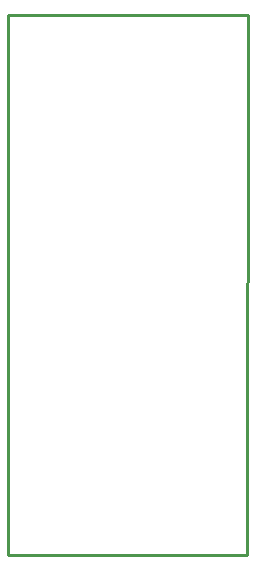
<source format=gbr>
G04 EAGLE Gerber RS-274X export*
G75*
%MOMM*%
%FSLAX34Y34*%
%LPD*%
%IN*%
%IPPOS*%
%AMOC8*
5,1,8,0,0,1.08239X$1,22.5*%
G01*
%ADD10C,0.254000*%


D10*
X0Y0D02*
X203000Y0D01*
X203200Y457200D01*
X0Y457200D01*
X0Y0D01*
M02*

</source>
